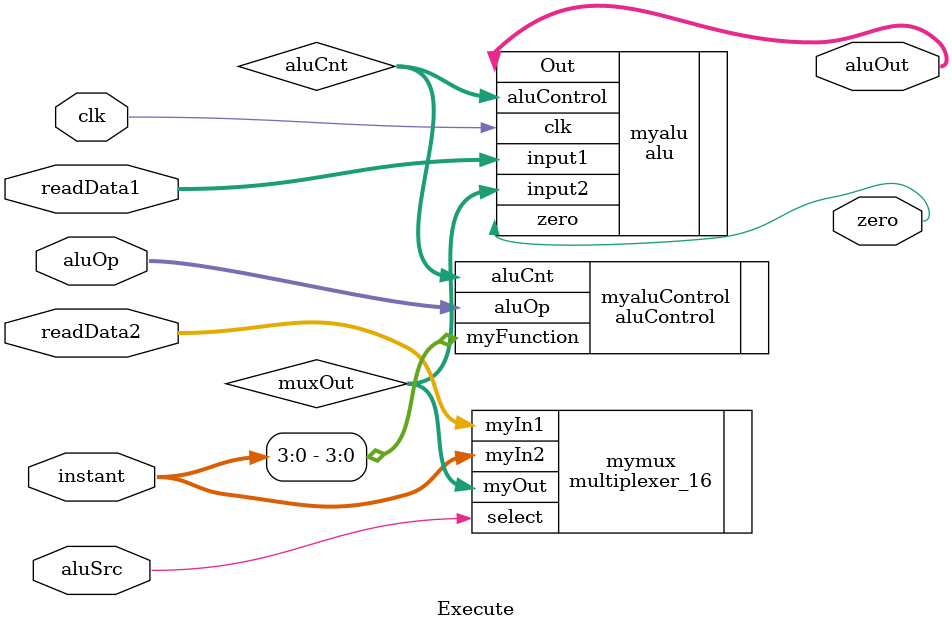
<source format=v>
`timescale 1ns / 1ps
module Execute(clk, readData1, readData2, instant, aluSrc, aluOp, aluOut, zero
    );
	
	input clk;
	input [15:0] readData1;
	input [15:0] readData2;
	input [15:0] instant;
	input aluSrc;
	input [2:0] aluOp;
	
	output [15:0] aluOut;
	output zero;

	wire [15:0] muxOut;
	wire [3:0] aluCnt;
	
	alu myalu (
		 .clk(clk),	
		 .input1(readData1), 
		 .input2(muxOut), 
		 .aluControl(aluCnt), 
		 .Out(aluOut), 
		 .zero(zero)
		 );

	aluControl myaluControl (
    .myFunction(instant[3:0]), 
    .aluOp(aluOp), 
    .aluCnt(aluCnt)
    );
	 
	 multiplexer_16 mymux (
    .select(aluSrc), 
    .myIn1(readData2), 
    .myIn2(instant), 
    .myOut(muxOut)
    );
	 

endmodule

</source>
